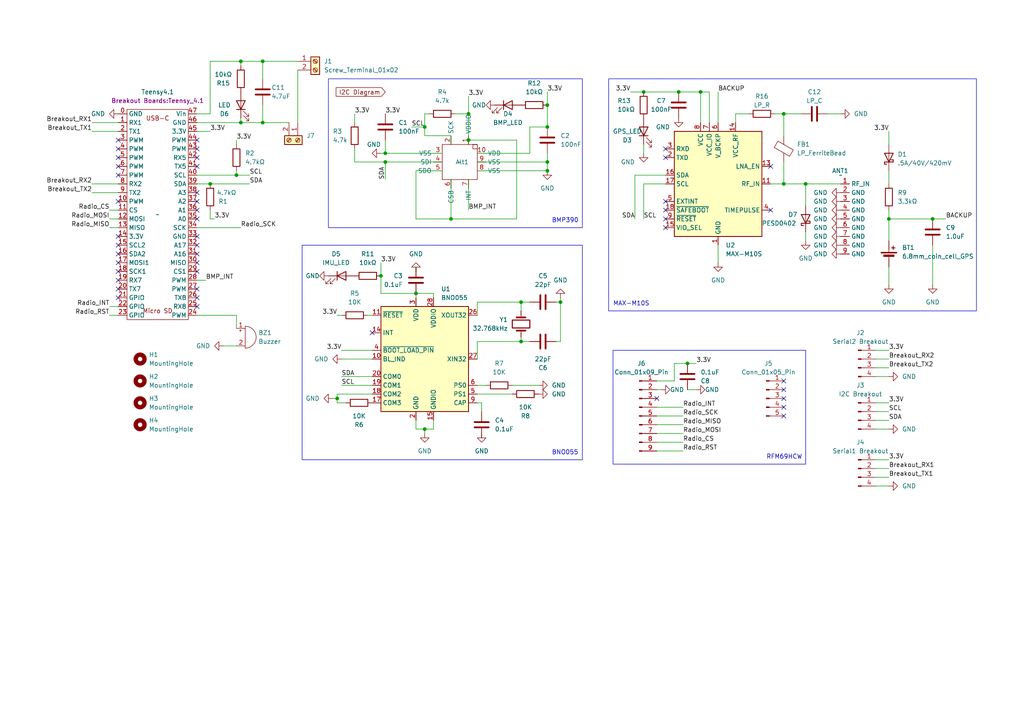
<source format=kicad_sch>
(kicad_sch (version 20231120) (generator "eeschema") (generator_version "8.0")
  (paper "A4")
  (lib_symbols
    (symbol "Avionics:BMP390"
      (property "Reference" "Alt" (at 0 0 0))
      (symbol "BMP390_1_1"
        (pin input line (at 2.54 5.08 90) (length 2.54) (name "VDDIO") (number "1"))
        (pin input line (at 5.08 2.54 0) (length 2.54) (name "VDD") (number "10"))
        (pin input line (at -2.54 5.08 90) (length 2.54) (name "SCK") (number "2"))
        (pin input line (at -5.08 2.54 180) (length 2.54) (name "VSS") (number "3"))
        (pin input line (at -5.08 0 180) (length 2.54) (name "SDI") (number "4"))
        (pin input line (at -5.08 -2.54 180) (length 2.54) (name "SDO") (number "5"))
        (pin input line (at -2.54 -5.08 270) (length 2.54) (name "CSB") (number "6"))
        (pin input line (at 2.54 -5.08 270) (length 2.54) (name "INT") (number "7"))
        (pin input line (at 5.08 -2.54 0) (length 2.54) (name "VSS") (number "8"))
        (pin input line (at 5.08 0 0) (length 2.54) (name "VSS") (number "9"))
      )
    )
    (symbol "Breakout Boards:Teensy_4.1"
      (property "Reference" "Teensy4.1" (at 0 0 90))
      (property "Footprint" "Breakout Boards:Teensy_4.1" (at 0 0 0))
      (symbol "Teensy_4.1_1_1"
        (text "Micro SD" (at 0 -27.94 0) (effects (font (size 1.27 1.27))))
        (text "USB-C" (at 0 27.94 0) (effects (font (size 1.27 1.27))))
        (pin input line (at -11.43 29.21 0) (length 2.54) (name "GND") (number "0"))
        (pin input line (at -11.43 26.67 0) (length 2.54) (name "RX1") (number "1"))
        (pin input line (at -11.43 3.81 0) (length 2.54) (name "PWM") (number "10"))
        (pin input line (at -11.43 1.27 0) (length 2.54) (name "CS") (number "11"))
        (pin input line (at -11.43 -1.27 0) (length 2.54) (name "MOSI") (number "12"))
        (pin input line (at -11.43 -3.81 0) (length 2.54) (name "MISO") (number "13"))
        (pin input line (at -11.43 -6.35 0) (length 2.54) (name "3.3V") (number "14"))
        (pin input line (at -11.43 -8.89 0) (length 2.54) (name "SCL2") (number "15"))
        (pin input line (at -11.43 -11.43 0) (length 2.54) (name "SDA2") (number "16"))
        (pin input line (at -11.43 -13.97 0) (length 2.54) (name "MOSI1") (number "17"))
        (pin input line (at -11.43 -16.51 0) (length 2.54) (name "SCK1") (number "18"))
        (pin input line (at -11.43 -19.05 0) (length 2.54) (name "RX7") (number "19"))
        (pin input line (at -11.43 24.13 0) (length 2.54) (name "TX1") (number "2"))
        (pin input line (at -11.43 -21.59 0) (length 2.54) (name "TX7") (number "20"))
        (pin input line (at -11.43 -24.13 0) (length 2.54) (name "GPIO") (number "21"))
        (pin input line (at -11.43 -26.67 0) (length 2.54) (name "GPIO") (number "22"))
        (pin input line (at -11.43 -29.21 0) (length 2.54) (name "GPIO") (number "23"))
        (pin input line (at 11.43 -29.21 180) (length 2.54) (name "PWM") (number "24"))
        (pin input line (at 11.43 -26.67 180) (length 2.54) (name "RX8") (number "25"))
        (pin input line (at 11.43 -24.13 180) (length 2.54) (name "TX8") (number "26"))
        (pin input line (at 11.43 -21.59 180) (length 2.54) (name "PWM") (number "27"))
        (pin input line (at 11.43 -19.05 180) (length 2.54) (name "PWM") (number "28"))
        (pin input line (at 11.43 -16.51 180) (length 2.54) (name "CS1") (number "29"))
        (pin input line (at -11.43 21.59 0) (length 2.54) (name "PWM") (number "3"))
        (pin input line (at 11.43 -13.97 180) (length 2.54) (name "MISO") (number "30"))
        (pin input line (at 11.43 -11.43 180) (length 2.54) (name "A16") (number "31"))
        (pin input line (at 11.43 -8.89 180) (length 2.54) (name "A17") (number "32"))
        (pin input line (at 11.43 -6.35 180) (length 2.54) (name "GND") (number "33"))
        (pin input line (at 11.43 -3.81 180) (length 2.54) (name "SCK") (number "34"))
        (pin input line (at 11.43 -1.27 180) (length 2.54) (name "A0") (number "35"))
        (pin input line (at 11.43 1.27 180) (length 2.54) (name "A1") (number "36"))
        (pin input line (at 11.43 3.81 180) (length 2.54) (name "A2") (number "37"))
        (pin input line (at 11.43 6.35 180) (length 2.54) (name "A3") (number "38"))
        (pin input line (at 11.43 8.89 180) (length 2.54) (name "SDA") (number "39"))
        (pin input line (at -11.43 19.05 0) (length 2.54) (name "PWM") (number "4"))
        (pin input line (at 11.43 11.43 180) (length 2.54) (name "SCL") (number "40"))
        (pin input line (at 11.43 13.97 180) (length 2.54) (name "TX5") (number "41"))
        (pin input line (at 11.43 16.51 180) (length 2.54) (name "RX5") (number "42"))
        (pin input line (at 11.43 19.05 180) (length 2.54) (name "PWM") (number "43"))
        (pin input line (at 11.43 21.59 180) (length 2.54) (name "PWM") (number "44"))
        (pin input line (at 11.43 24.13 180) (length 2.54) (name "3.3V") (number "45"))
        (pin input line (at 11.43 26.67 180) (length 2.54) (name "GND") (number "46"))
        (pin input line (at 11.43 29.21 180) (length 2.54) (name "Vin") (number "47"))
        (pin input line (at -11.43 16.51 0) (length 2.54) (name "PWM") (number "5"))
        (pin input line (at -11.43 13.97 0) (length 2.54) (name "PWM") (number "6"))
        (pin input line (at -11.43 11.43 0) (length 2.54) (name "PWM") (number "7"))
        (pin input line (at -11.43 8.89 0) (length 2.54) (name "RX2") (number "8"))
        (pin input line (at -11.43 6.35 0) (length 2.54) (name "TX2") (number "9"))
      )
    )
    (symbol "Connector:Conn_01x04_Pin" (pin_names (offset 1.016) hide)
      (property "Reference" "J" (at 0 5.08 0))
      (property "Value" "Conn_01x04_Pin" (at 0 -7.62 0))
      (symbol "Conn_01x04_Pin_1_1"
        (pin passive line (at 5.08 2.54 180) (length 3.81) (name "Pin_1") (number "1"))
        (pin passive line (at 5.08 0 180) (length 3.81) (name "Pin_2") (number "2"))
        (pin passive line (at 5.08 -2.54 180) (length 3.81) (name "Pin_3") (number "3"))
        (pin passive line (at 5.08 -5.08 180) (length 3.81) (name "Pin_4") (number "4"))
      )
    )
    (symbol "Connector:Conn_01x05_Pin" (pin_names (offset 1.016) hide)
      (property "Reference" "J" (at 0 7.62 0))
      (property "Value" "Conn_01x05_Pin" (at 0 -7.62 0))
      (symbol "Conn_01x05_Pin_1_1"
        (pin passive line (at 5.08 5.08 180) (length 3.81) (name "Pin_1") (number "1"))
        (pin passive line (at 5.08 2.54 180) (length 3.81) (name "Pin_2") (number "2"))
        (pin passive line (at 5.08 0 180) (length 3.81) (name "Pin_3") (number "3"))
        (pin passive line (at 5.08 -2.54 180) (length 3.81) (name "Pin_4") (number "4"))
        (pin passive line (at 5.08 -5.08 180) (length 3.81) (name "Pin_5") (number "5"))
      )
    )
    (symbol "Connector:Conn_01x09_Pin" (pin_names (offset 1.016) hide)
      (property "Reference" "J" (at 0 12.7 0))
      (property "Value" "Conn_01x09_Pin" (at 0 -12.7 0))
      (symbol "Conn_01x09_Pin_1_1"
        (pin passive line (at 5.08 10.16 180) (length 3.81) (name "Pin_1") (number "1"))
        (pin passive line (at 5.08 7.62 180) (length 3.81) (name "Pin_2") (number "2"))
        (pin passive line (at 5.08 5.08 180) (length 3.81) (name "Pin_3") (number "3"))
        (pin passive line (at 5.08 2.54 180) (length 3.81) (name "Pin_4") (number "4"))
        (pin passive line (at 5.08 0 180) (length 3.81) (name "Pin_5") (number "5"))
        (pin passive line (at 5.08 -2.54 180) (length 3.81) (name "Pin_6") (number "6"))
        (pin passive line (at 5.08 -5.08 180) (length 3.81) (name "Pin_7") (number "7"))
        (pin passive line (at 5.08 -7.62 180) (length 3.81) (name "Pin_8") (number "8"))
        (pin passive line (at 5.08 -10.16 180) (length 3.81) (name "Pin_9") (number "9"))
      )
    )
    (symbol "Connector:Screw_Terminal_01x02" (pin_names (offset 1.016) hide)
      (property "Reference" "J" (at 0 2.54 0))
      (property "Value" "Screw_Terminal_01x02" (at 0 -5.08 0))
      (symbol "Screw_Terminal_01x02_1_1"
        (pin passive line (at -5.08 0 0) (length 3.81) (name "Pin_1") (number "1"))
        (pin passive line (at -5.08 -2.54 0) (length 3.81) (name "Pin_2") (number "2"))
      )
    )
    (symbol "Device:Battery_Cell" (pin_numbers hide) (pin_names (offset 0) hide)
      (property "Reference" "BT" (at 2.54 2.54 0))
      (property "Value" "Battery_Cell" (at 2.54 0 0))
      (symbol "Battery_Cell_1_1"
        (pin passive line (at 0 5.08 270) (length 2.54) (name "+") (number "1"))
        (pin passive line (at 0 -2.54 90) (length 2.54) (name "-") (number "2"))
      )
    )
    (symbol "Device:Buzzer" (pin_names (offset 0.0254) hide)
      (property "Reference" "BZ" (at 3.81 1.27 0))
      (property "Value" "Buzzer" (at 3.81 -1.27 0))
      (symbol "Buzzer_1_1"
        (pin passive line (at -2.54 2.54 0) (length 2.54) (name "-") (number "1"))
        (pin passive line (at -2.54 -2.54 0) (length 2.54) (name "+") (number "2"))
      )
    )
    (symbol "Device:C" (pin_numbers hide) (pin_names (offset 0.254))
      (property "Reference" "C" (at 0.635 2.54 0))
      (property "Value" "C" (at 0.635 -2.54 0))
      (symbol "C_1_1"
        (pin passive line (at 0 3.81 270) (length 2.794) (name "~") (number "1"))
        (pin passive line (at 0 -3.81 90) (length 2.794) (name "~") (number "2"))
      )
    )
    (symbol "Device:Crystal" (pin_numbers hide) (pin_names (offset 1.016) hide)
      (property "Reference" "Y" (at 0 3.81 0))
      (property "Value" "Crystal" (at 0 -3.81 0))
      (symbol "Crystal_1_1"
        (pin passive line (at -3.81 0 0) (length 1.27) (name "1") (number "1"))
        (pin passive line (at 3.81 0 180) (length 1.27) (name "2") (number "2"))
      )
    )
    (symbol "Device:D_Schottky" (pin_numbers hide) (pin_names (offset 1.016) hide)
      (property "Reference" "D" (at 0 2.54 0))
      (property "Value" "D_Schottky" (at 0 -2.54 0))
      (symbol "D_Schottky_1_1"
        (pin passive line (at -3.81 0 0) (length 2.54) (name "K") (number "1"))
        (pin passive line (at 3.81 0 180) (length 2.54) (name "A") (number "2"))
      )
    )
    (symbol "Device:FerriteBead" (pin_numbers hide) (pin_names (offset 0))
      (property "Reference" "FB" (at -3.81 0.635 90))
      (property "Value" "FerriteBead" (at 3.81 0 90))
      (symbol "FerriteBead_1_1"
        (pin passive line (at 0 3.81 270) (length 2.54) (name "~") (number "1"))
        (pin passive line (at 0 -3.81 90) (length 2.54) (name "~") (number "2"))
      )
    )
    (symbol "Device:LED" (pin_numbers hide) (pin_names (offset 1.016) hide)
      (property "Reference" "D" (at 0 2.54 0))
      (property "Value" "LED" (at 0 -2.54 0))
      (symbol "LED_1_1"
        (pin passive line (at -3.81 0 0) (length 2.54) (name "K") (number "1"))
        (pin passive line (at 3.81 0 180) (length 2.54) (name "A") (number "2"))
      )
    )
    (symbol "Device:R" (pin_numbers hide) (pin_names (offset 0))
      (property "Reference" "R" (at 2.032 0 90))
      (property "Value" "R" (at 0 0 90))
      (symbol "R_1_1"
        (pin passive line (at 0 3.81 270) (length 1.27) (name "~") (number "1"))
        (pin passive line (at 0 -3.81 90) (length 1.27) (name "~") (number "2"))
      )
    )
    (symbol "Mechanical:MountingHole" (pin_names (offset 1.016))
      (property "Reference" "H" (at 0 5.08 0))
      (property "Value" "MountingHole" (at 0 3.175 0))
    )
    (symbol "Patch Antenna (Symbol):SGGP.12.A.02"
      (property "Reference" "ANT1" (at 0 0 0))
      (symbol "SGGP.12.A.02_1_1"
        (pin input line (at 0 -2.54 0) (length 2.54) (name "RF_IN") (number "1"))
        (pin input line (at 0 -5.08 0) (length 2.54) (name "GND") (number "2"))
        (pin input line (at 0 -7.62 0) (length 2.54) (name "GND") (number "3"))
        (pin input line (at 0 -10.16 0) (length 2.54) (name "GND") (number "4"))
        (pin input line (at 0 -12.7 0) (length 2.54) (name "GND") (number "5"))
        (pin input line (at 0 -15.24 0) (length 2.54) (name "GND") (number "6"))
        (pin input line (at 0 -17.78 0) (length 2.54) (name "GND") (number "7"))
        (pin input line (at 0 -20.32 0) (length 2.54) (name "GND") (number "8"))
        (pin input line (at 0 -22.86 0) (length 2.54) (name "GND") (number "9"))
      )
    )
    (symbol "RF_GPS:MAX-M10S"
      (property "Reference" "U" (at -10.16 16.51 0))
      (property "Value" "MAX-M10S" (at 11.43 16.51 0))
      (symbol "MAX-M10S_1_1"
        (pin power_in line (at 0 -17.78 90) (length 2.54) (name "GND") (number "1"))
        (pin passive line (at 0 -17.78 90) (length 2.54) hide (name "GND") (number "10"))
        (pin input line (at 15.24 0 180) (length 2.54) (name "RF_IN") (number "11"))
        (pin passive line (at 0 -17.78 90) (length 2.54) hide (name "GND") (number "12"))
        (pin output line (at 15.24 5.08 180) (length 2.54) (name "LNA_EN") (number "13"))
        (pin power_out line (at 5.08 17.78 270) (length 2.54) (name "VCC_RF") (number "14"))
        (pin input line (at -15.24 -12.7 0) (length 2.54) (name "VIO_SEL") (number "15"))
        (pin bidirectional line (at -15.24 2.54 0) (length 2.54) (name "SDA") (number "16"))
        (pin input line (at -15.24 0 0) (length 2.54) (name "SCL") (number "17"))
        (pin input line (at -15.24 -7.62 0) (length 2.54) (name "~{SAFEBOOT}") (number "18"))
        (pin output line (at -15.24 7.62 0) (length 2.54) (name "TXD") (number "2"))
        (pin input line (at -15.24 10.16 0) (length 2.54) (name "RXD") (number "3"))
        (pin output line (at 15.24 -7.62 180) (length 2.54) (name "TIMEPULSE") (number "4"))
        (pin input line (at -15.24 -5.08 0) (length 2.54) (name "EXTINT") (number "5"))
        (pin power_in line (at 0 17.78 270) (length 2.54) (name "V_BCKP") (number "6"))
        (pin power_in line (at -2.54 17.78 270) (length 2.54) (name "VCC_IO") (number "7"))
        (pin power_in line (at -5.08 17.78 270) (length 2.54) (name "VCC") (number "8"))
        (pin input line (at -15.24 -10.16 0) (length 2.54) (name "~{RESET}") (number "9"))
      )
    )
    (symbol "Sensor_Motion:BNO055"
      (property "Reference" "U" (at -11.43 16.51 0))
      (property "Value" "BNO055" (at 12.7 16.51 0))
      (symbol "BNO055_1_1"
        (pin no_connect line (at -12.7 10.16 0) (length 2.54) hide (name "PIN1") (number "1"))
        (pin output line (at -15.24 0 0) (length 2.54) (name "BL_IND") (number "10"))
        (pin input line (at -15.24 12.7 0) (length 2.54) (name "~{RESET}") (number "11"))
        (pin no_connect line (at 12.7 10.16 180) (length 2.54) hide (name "PIN12") (number "12"))
        (pin no_connect line (at 12.7 7.62 180) (length 2.54) hide (name "PIN13") (number "13"))
        (pin output line (at -15.24 7.62 0) (length 2.54) (name "INT") (number "14"))
        (pin power_in line (at 2.54 -17.78 90) (length 2.54) (name "GNDIO") (number "15"))
        (pin passive line (at 2.54 -17.78 90) (length 2.54) hide (name "GNDIO") (number "16"))
        (pin input line (at -15.24 -12.7 0) (length 2.54) (name "COM3") (number "17"))
        (pin passive line (at -15.24 -10.16 0) (length 2.54) (name "COM2") (number "18"))
        (pin bidirectional line (at -15.24 -7.62 0) (length 2.54) (name "COM1") (number "19"))
        (pin power_in line (at -2.54 -17.78 90) (length 2.54) (name "GND") (number "2"))
        (pin bidirectional line (at -15.24 -5.08 0) (length 2.54) (name "COM0") (number "20"))
        (pin no_connect line (at 12.7 5.08 180) (length 2.54) hide (name "PIN21") (number "21"))
        (pin no_connect line (at 12.7 2.54 180) (length 2.54) hide (name "PIN22") (number "22"))
        (pin no_connect line (at 12.7 -2.54 180) (length 2.54) hide (name "PIN23") (number "23"))
        (pin no_connect line (at 12.7 -5.08 180) (length 2.54) hide (name "PIN24") (number "24"))
        (pin passive line (at 2.54 -17.78 90) (length 2.54) hide (name "GNDIO") (number "25"))
        (pin output line (at 15.24 12.7 180) (length 2.54) (name "XOUT32") (number "26"))
        (pin input line (at 15.24 0 180) (length 2.54) (name "XIN32") (number "27"))
        (pin power_in line (at 2.54 17.78 270) (length 2.54) (name "VDDIO") (number "28"))
        (pin power_in line (at -2.54 17.78 270) (length 2.54) (name "VDD") (number "3"))
        (pin input line (at -15.24 2.54 0) (length 2.54) (name "~{BOOT_LOAD_PIN}") (number "4"))
        (pin input line (at 15.24 -10.16 180) (length 2.54) (name "PS1") (number "5"))
        (pin input line (at 15.24 -7.62 180) (length 2.54) (name "PS0") (number "6"))
        (pin no_connect line (at -12.7 5.08 0) (length 2.54) hide (name "PIN7") (number "7"))
        (pin no_connect line (at -12.7 -2.54 0) (length 2.54) hide (name "PIN8") (number "8"))
        (pin passive line (at 15.24 -12.7 180) (length 2.54) (name "CAP") (number "9"))
      )
    )
    (symbol "power:GND" (power) (pin_names (offset 0))
      (property "Value" "GND" (at 0 -3.81 0))
      (symbol "GND_1_1"
        (pin power_in line (at 0 0 270) (length 0) hide (name "GND") (number "1"))
      )
    )
  )
  (junction (at 270.51 63.5))
  (junction (at 227.33 53.34))
  (junction (at 130.81 63.5))
  (junction (at 123.19 124.46))
  (junction (at 257.81 63.5))
  (junction (at 151.13 99.06))
  (junction (at 199.39 105.41))
  (junction (at 111.76 46.99))
  (junction (at 76.2 17.78))
  (junction (at 151.13 87.63))
  (junction (at 135.89 40.64))
  (junction (at 233.68 53.34))
  (junction (at 158.75 36.83))
  (junction (at 158.75 46.99))
  (junction (at 227.33 33.02))
  (junction (at 69.85 17.78))
  (junction (at 162.56 87.63))
  (junction (at 68.58 50.8))
  (junction (at 120.65 85.09))
  (junction (at 97.79 115.57))
  (junction (at 135.89 33.02))
  (junction (at 158.75 30.48))
  (junction (at 111.76 44.45))
  (junction (at 186.69 26.67))
  (junction (at 60.96 53.34))
  (junction (at 76.2 35.56))
  (junction (at 123.19 36.83))
  (junction (at 203.2 26.67))
  (junction (at 158.75 49.53))
  (junction (at 110.49 80.01))
  (junction (at 69.85 35.56))
  (junction (at 196.85 26.67))
  (no_connect (at 57.15 48.26))
  (no_connect (at 34.29 73.66))
  (no_connect (at 34.29 76.2))
  (no_connect (at 57.15 88.9))
  (no_connect (at 57.15 63.5))
  (no_connect (at 34.29 81.28))
  (no_connect (at 227.33 115.57))
  (no_connect (at 34.29 58.42))
  (no_connect (at 227.33 120.65))
  (no_connect (at 57.15 78.74))
  (no_connect (at 227.33 113.03))
  (no_connect (at 34.29 71.12))
  (no_connect (at 34.29 40.64))
  (no_connect (at 193.04 63.5))
  (no_connect (at 193.04 60.96))
  (no_connect (at 57.15 43.18))
  (no_connect (at 57.15 76.2))
  (no_connect (at 57.15 68.58))
  (no_connect (at 34.29 48.26))
  (no_connect (at 190.5 115.57))
  (no_connect (at 193.04 66.04))
  (no_connect (at 57.15 83.82))
  (no_connect (at 34.29 43.18))
  (no_connect (at 57.15 55.88))
  (no_connect (at 34.29 45.72))
  (no_connect (at 227.33 110.49))
  (no_connect (at 57.15 73.66))
  (no_connect (at 57.15 45.72))
  (no_connect (at 223.52 48.26))
  (no_connect (at 57.15 86.36))
  (no_connect (at 193.04 45.72))
  (no_connect (at 34.29 78.74))
  (no_connect (at 34.29 68.58))
  (no_connect (at 223.52 60.96))
  (no_connect (at 193.04 58.42))
  (no_connect (at 227.33 118.11))
  (no_connect (at 34.29 50.8))
  (no_connect (at 34.29 83.82))
  (no_connect (at 57.15 71.12))
  (no_connect (at 193.04 43.18))
  (no_connect (at 34.29 86.36))
  (no_connect (at 57.15 40.64))
  (no_connect (at 57.15 58.42))
  (no_connect (at 57.15 60.96))
  (no_connect (at 107.95 96.52))
  (wire (pts (xy 64.77 100.33) (xy 68.58 100.33)))
  (wire (pts (xy 254 106.68) (xy 257.81 106.68)))
  (wire (pts (xy 97.79 116.84) (xy 97.79 115.57)))
  (wire (pts (xy 270.51 71.12) (xy 270.51 82.55)))
  (wire (pts (xy 86.36 35.56) (xy 86.36 20.32)))
  (wire (pts (xy 233.68 67.31) (xy 233.68 69.85)))
  (wire (pts (xy 96.52 115.57) (xy 97.79 115.57)))
  (wire (pts (xy 107.95 111.76) (xy 99.06 111.76)))
  (wire (pts (xy 57.15 91.44) (xy 68.58 91.44)))
  (wire (pts (xy 26.67 53.34) (xy 34.29 53.34)))
  (wire (pts (xy 135.89 52.07) (xy 135.89 60.96)))
  (wire (pts (xy 125.73 85.09) (xy 125.73 86.36)))
  (wire (pts (xy 162.56 86.36) (xy 162.56 87.63)))
  (wire (pts (xy 57.15 35.56) (xy 69.85 35.56)))
  (wire (pts (xy 186.69 53.34) (xy 186.69 63.5)))
  (wire (pts (xy 62.23 63.5) (xy 60.96 63.5)))
  (wire (pts (xy 57.15 81.28) (xy 59.69 81.28)))
  (wire (pts (xy 60.96 63.5) (xy 60.96 60.96)))
  (wire (pts (xy 254 109.22) (xy 257.81 109.22)))
  (wire (pts (xy 72.39 50.8) (xy 68.58 50.8)))
  (wire (pts (xy 162.56 87.63) (xy 161.29 87.63)))
  (wire (pts (xy 120.65 63.5) (xy 130.81 63.5)))
  (wire (pts (xy 138.43 87.63) (xy 138.43 91.44)))
  (wire (pts (xy 254 138.43) (xy 257.81 138.43)))
  (wire (pts (xy 240.03 33.02) (xy 243.84 33.02)))
  (wire (pts (xy 31.75 88.9) (xy 34.29 88.9)))
  (wire (pts (xy 76.2 30.48) (xy 76.2 35.56)))
  (wire (pts (xy 257.81 49.53) (xy 257.81 53.34)))
  (wire (pts (xy 190.5 123.19) (xy 198.12 123.19)))
  (wire (pts (xy 184.15 50.8) (xy 184.15 63.5)))
  (wire (pts (xy 149.86 63.5) (xy 149.86 40.64)))
  (wire (pts (xy 76.2 35.56) (xy 83.82 35.56)))
  (wire (pts (xy 193.04 50.8) (xy 184.15 50.8)))
  (wire (pts (xy 60.96 17.78) (xy 60.96 33.02)))
  (wire (pts (xy 57.15 38.1) (xy 60.96 38.1)))
  (wire (pts (xy 120.65 121.92) (xy 120.65 124.46)))
  (wire (pts (xy 254 135.89) (xy 257.81 135.89)))
  (wire (pts (xy 195.58 105.41) (xy 195.58 110.49)))
  (wire (pts (xy 162.56 99.06) (xy 161.29 99.06)))
  (wire (pts (xy 186.69 26.67) (xy 196.85 26.67)))
  (wire (pts (xy 257.81 63.5) (xy 270.51 63.5)))
  (wire (pts (xy 26.67 38.1) (xy 34.29 38.1)))
  (wire (pts (xy 111.76 40.64) (xy 111.76 44.45)))
  (wire (pts (xy 254 116.84) (xy 257.81 116.84)))
  (wire (pts (xy 138.43 116.84) (xy 139.7 116.84)))
  (wire (pts (xy 203.2 26.67) (xy 203.2 35.56)))
  (wire (pts (xy 120.65 77.47) (xy 120.65 78.74)))
  (wire (pts (xy 26.67 35.56) (xy 34.29 35.56)))
  (wire (pts (xy 130.81 63.5) (xy 149.86 63.5)))
  (wire (pts (xy 138.43 99.06) (xy 151.13 99.06)))
  (wire (pts (xy 31.75 66.04) (xy 34.29 66.04)))
  (wire (pts (xy 107.95 114.3) (xy 97.79 114.3)))
  (wire (pts (xy 257.81 63.5) (xy 257.81 69.85)))
  (wire (pts (xy 213.36 33.02) (xy 217.17 33.02)))
  (wire (pts (xy 227.33 39.37) (xy 227.33 33.02)))
  (wire (pts (xy 208.28 71.12) (xy 208.28 76.2)))
  (wire (pts (xy 31.75 91.44) (xy 34.29 91.44)))
  (wire (pts (xy 195.58 105.41) (xy 199.39 105.41)))
  (wire (pts (xy 138.43 49.53) (xy 158.75 49.53)))
  (wire (pts (xy 257.81 60.96) (xy 257.81 63.5)))
  (wire (pts (xy 31.75 63.5) (xy 34.29 63.5)))
  (wire (pts (xy 138.43 44.45) (xy 153.67 44.45)))
  (wire (pts (xy 257.81 77.47) (xy 257.81 82.55)))
  (wire (pts (xy 139.7 127) (xy 139.7 125.73)))
  (wire (pts (xy 120.65 49.53) (xy 120.65 63.5)))
  (wire (pts (xy 102.87 46.99) (xy 102.87 43.18)))
  (wire (pts (xy 123.19 36.83) (xy 123.19 39.37)))
  (wire (pts (xy 102.87 33.02) (xy 102.87 35.56)))
  (wire (pts (xy 69.85 17.78) (xy 60.96 17.78)))
  (wire (pts (xy 99.06 91.44) (xy 97.79 91.44)))
  (wire (pts (xy 158.75 26.67) (xy 158.75 30.48)))
  (wire (pts (xy 190.5 120.65) (xy 198.12 120.65)))
  (wire (pts (xy 153.67 44.45) (xy 153.67 36.83)))
  (wire (pts (xy 254 119.38) (xy 257.81 119.38)))
  (wire (pts (xy 190.5 118.11) (xy 198.12 118.11)))
  (wire (pts (xy 130.81 52.07) (xy 130.81 63.5)))
  (wire (pts (xy 254 104.14) (xy 257.81 104.14)))
  (wire (pts (xy 111.76 46.99) (xy 128.27 46.99)))
  (wire (pts (xy 190.5 125.73) (xy 198.12 125.73)))
  (wire (pts (xy 138.43 111.76) (xy 140.97 111.76)))
  (wire (pts (xy 182.88 26.67) (xy 186.69 26.67)))
  (wire (pts (xy 100.33 116.84) (xy 97.79 116.84)))
  (wire (pts (xy 205.74 26.67) (xy 205.74 35.56)))
  (wire (pts (xy 233.68 59.69) (xy 233.68 53.34)))
  (wire (pts (xy 69.85 35.56) (xy 76.2 35.56)))
  (wire (pts (xy 69.85 17.78) (xy 69.85 19.05)))
  (wire (pts (xy 138.43 87.63) (xy 151.13 87.63)))
  (wire (pts (xy 57.15 50.8) (xy 68.58 50.8)))
  (wire (pts (xy 254 133.35) (xy 257.81 133.35)))
  (wire (pts (xy 270.51 63.5) (xy 274.32 63.5)))
  (wire (pts (xy 208.28 26.67) (xy 208.28 35.56)))
  (wire (pts (xy 203.2 26.67) (xy 205.74 26.67)))
  (wire (pts (xy 148.59 111.76) (xy 156.21 111.76)))
  (wire (pts (xy 102.87 46.99) (xy 111.76 46.99)))
  (wire (pts (xy 135.89 27.94) (xy 135.89 33.02)))
  (wire (pts (xy 257.81 38.1) (xy 257.81 41.91)))
  (wire (pts (xy 135.89 40.64) (xy 135.89 41.91)))
  (wire (pts (xy 120.65 49.53) (xy 128.27 49.53)))
  (wire (pts (xy 99.06 109.22) (xy 107.95 109.22)))
  (wire (pts (xy 110.49 80.01) (xy 110.49 85.09)))
  (wire (pts (xy 227.33 33.02) (xy 232.41 33.02)))
  (wire (pts (xy 26.67 55.88) (xy 34.29 55.88)))
  (wire (pts (xy 138.43 99.06) (xy 138.43 104.14)))
  (wire (pts (xy 106.68 91.44) (xy 107.95 91.44)))
  (wire (pts (xy 153.67 36.83) (xy 158.75 36.83)))
  (wire (pts (xy 149.86 40.64) (xy 135.89 40.64)))
  (wire (pts (xy 158.75 49.53) (xy 158.75 46.99)))
  (wire (pts (xy 199.39 105.41) (xy 201.93 105.41)))
  (wire (pts (xy 57.15 66.04) (xy 69.85 66.04)))
  (wire (pts (xy 110.49 44.45) (xy 111.76 44.45)))
  (wire (pts (xy 99.06 101.6) (xy 107.95 101.6)))
  (wire (pts (xy 196.85 26.67) (xy 203.2 26.67)))
  (wire (pts (xy 110.49 85.09) (xy 120.65 85.09)))
  (wire (pts (xy 60.96 53.34) (xy 72.39 53.34)))
  (wire (pts (xy 31.75 60.96) (xy 34.29 60.96)))
  (wire (pts (xy 213.36 35.56) (xy 213.36 33.02)))
  (wire (pts (xy 254 121.92) (xy 257.81 121.92)))
  (wire (pts (xy 125.73 124.46) (xy 125.73 121.92)))
  (wire (pts (xy 254 101.6) (xy 257.81 101.6)))
  (wire (pts (xy 120.65 124.46) (xy 123.19 124.46)))
  (wire (pts (xy 158.75 30.48) (xy 158.75 36.83)))
  (wire (pts (xy 111.76 46.99) (xy 111.76 52.07)))
  (wire (pts (xy 60.96 33.02) (xy 57.15 33.02)))
  (wire (pts (xy 223.52 53.34) (xy 227.33 53.34)))
  (wire (pts (xy 57.15 53.34) (xy 60.96 53.34)))
  (wire (pts (xy 68.58 49.53) (xy 68.58 50.8)))
  (wire (pts (xy 110.49 76.2) (xy 110.49 80.01)))
  (wire (pts (xy 138.43 114.3) (xy 148.59 114.3)))
  (wire (pts (xy 153.67 99.06) (xy 151.13 99.06)))
  (wire (pts (xy 190.5 130.81) (xy 198.12 130.81)))
  (wire (pts (xy 130.81 39.37) (xy 130.81 41.91)))
  (wire (pts (xy 99.06 104.14) (xy 107.95 104.14)))
  (wire (pts (xy 120.65 85.09) (xy 120.65 86.36)))
  (wire (pts (xy 120.65 85.09) (xy 125.73 85.09)))
  (wire (pts (xy 227.33 46.99) (xy 227.33 53.34)))
  (wire (pts (xy 123.19 124.46) (xy 123.19 125.73)))
  (wire (pts (xy 123.19 33.02) (xy 124.46 33.02)))
  (wire (pts (xy 158.75 44.45) (xy 158.75 46.99)))
  (wire (pts (xy 227.33 33.02) (xy 224.79 33.02)))
  (wire (pts (xy 151.13 97.79) (xy 151.13 99.06)))
  (wire (pts (xy 190.5 128.27) (xy 198.12 128.27)))
  (wire (pts (xy 132.08 33.02) (xy 135.89 33.02)))
  (wire (pts (xy 76.2 17.78) (xy 69.85 17.78)))
  (wire (pts (xy 139.7 116.84) (xy 139.7 119.38)))
  (wire (pts (xy 123.19 124.46) (xy 125.73 124.46)))
  (wire (pts (xy 69.85 34.29) (xy 69.85 35.56)))
  (wire (pts (xy 138.43 46.99) (xy 158.75 46.99)))
  (wire (pts (xy 123.19 39.37) (xy 130.81 39.37)))
  (wire (pts (xy 123.19 33.02) (xy 123.19 36.83)))
  (wire (pts (xy 119.38 36.83) (xy 123.19 36.83)))
  (wire (pts (xy 195.58 110.49) (xy 190.5 110.49)))
  (wire (pts (xy 97.79 115.57) (xy 97.79 114.3)))
  (wire (pts (xy 254 124.46) (xy 257.81 124.46)))
  (wire (pts (xy 227.33 53.34) (xy 233.68 53.34)))
  (wire (pts (xy 68.58 91.44) (xy 68.58 95.25)))
  (wire (pts (xy 254 140.97) (xy 257.81 140.97)))
  (wire (pts (xy 135.89 33.02) (xy 135.89 40.64)))
  (wire (pts (xy 151.13 87.63) (xy 151.13 90.17)))
  (wire (pts (xy 193.04 53.34) (xy 186.69 53.34)))
  (wire (pts (xy 199.39 113.03) (xy 201.93 113.03)))
  (wire (pts (xy 86.36 17.78) (xy 76.2 17.78)))
  (wire (pts (xy 111.76 44.45) (xy 128.27 44.45)))
  (wire (pts (xy 162.56 87.63) (xy 162.56 99.06)))
  (wire (pts (xy 68.58 40.64) (xy 68.58 41.91)))
  (wire (pts (xy 186.69 41.91) (xy 186.69 44.45)))
  (wire (pts (xy 76.2 17.78) (xy 76.2 22.86)))
  (wire (pts (xy 233.68 53.34) (xy 243.84 53.34)))
  (wire (pts (xy 153.67 87.63) (xy 151.13 87.63)))
  (wire (pts (xy 190.5 113.03) (xy 191.77 113.03)))
  (rectangle (start 177.8 101.6) (end 233.68 134.62))
  (rectangle (start 176.53 22.86) (end 283.21 90.17))
  (rectangle (start 87.63 71.12) (end 168.91 133.35))
  (rectangle (start 95.25 22.86) (end 168.91 66.04))
  (text "BNO055" (at 160.02 132.08 0) (effects (font (size 1.27 1.27)) (justify left bottom)))
  (text "BMP390" (at 160.02 64.77 0) (effects (font (size 1.27 1.27)) (justify left bottom)))
  (text "MAX-M10S" (at 177.8 88.9 0) (effects (font (size 1.27 1.27)) (justify left bottom)))
  (text "RFM69HCW " (at 222.25 133.35 0) (effects (font (size 1.27 1.27)) (justify left bottom)))
  (label "3.3V" (at 62.23 63.5 0))
  (label "3.3V" (at 257.81 38.1 180))
  (label "Radio_INT" (at 31.75 88.9 180))
  (label "Radio_SCK" (at 69.85 66.04 0))
  (label "SCL" (at 99.06 111.76 0))
  (label "Radio_MOSI" (at 31.75 63.5 180))
  (label "Breakout_RX2" (at 257.81 104.14 0))
  (label "Breakout_RX1" (at 26.67 35.56 180))
  (label "3.3V" (at 111.76 33.02 0))
  (label "Radio_RST" (at 31.75 91.44 180))
  (label "3.3V" (at 110.49 76.2 0))
  (label "Radio_INT" (at 198.12 118.11 0))
  (label "Breakout_TX1" (at 26.67 38.1 180))
  (label "3.3V" (at 257.81 101.6 0))
  (label "3.3V" (at 182.88 26.67 180))
  (label "SDA" (at 257.81 121.92 0))
  (label "BACKUP" (at 208.28 26.67 0))
  (label "SCL" (at 119.38 36.83 0))
  (label "Breakout_TX2" (at 257.81 106.68 0))
  (label "Radio_MISO" (at 31.75 66.04 180))
  (label "SCL" (at 186.69 63.5 0))
  (label "SDA" (at 184.15 63.5 180))
  (label "3.3V" (at 158.75 26.67 0))
  (label "3.3V" (at 257.81 116.84 0))
  (label "Radio_RST" (at 198.12 130.81 0))
  (label "3.3V" (at 257.81 133.35 0))
  (label "Breakout_TX1" (at 257.81 138.43 0))
  (label "Radio_MISO" (at 198.12 123.19 0))
  (label "Radio_MOSI" (at 198.12 125.73 0))
  (label "BACKUP" (at 274.32 63.5 0))
  (label "BMP_INT" (at 135.89 60.96 0))
  (label "SCL" (at 72.39 50.8 0))
  (label "Breakout_TX2" (at 26.67 55.88 180))
  (label "SCL" (at 257.81 119.38 0))
  (label "SDA" (at 111.76 52.07 90))
  (label "Breakout_RX1" (at 257.81 135.89 0))
  (label "Radio_CS" (at 31.75 60.96 180))
  (label "3.3V" (at 102.87 33.02 0))
  (label "Radio_SCK" (at 198.12 120.65 0))
  (label "BMP_INT" (at 59.69 81.28 0))
  (label "3.3V" (at 68.58 40.64 0))
  (label "3.3V" (at 99.06 101.6 180))
  (label "3.3V" (at 97.79 91.44 180))
  (label "3.3V" (at 201.93 105.41 0))
  (label "SDA" (at 72.39 53.34 0))
  (label "SDA" (at 99.06 109.22 0))
  (label "Breakout_RX2" (at 26.67 53.34 180))
  (label "3.3V" (at 135.89 27.94 0))
  (label "3.3V" (at 60.96 38.1 0))
  (label "Radio_CS" (at 198.12 128.27 0))
  (global_label "I2C Diagram" (shape input) (at 111.76 26.67 180) (property "Intersheetrefs" "${INTERSHEET_REFS}" (effects (hide yes))))
  (symbol (lib_id "Connector:Screw_Terminal_01x02") (at 91.44 17.78 0) (unit 1)
    (property "Reference" "J1" (at 93.98 17.78 0) (effects (justify left)))
    (property "Value" "Screw_Terminal_01x02" (at 93.98 20.32 0) (effects (justify left)))
    (property "Footprint" "TerminalBlock_4Ucon:TerminalBlock_4Ucon_1x02_P3.50mm_Vertical" (effects (hide yes)))
  )
  (symbol (lib_id "Device:LED") (at 69.85 30.48 90) (unit 1)
    (property "Reference" "D6" (at 65.0875 33.02 90))
    (property "Value" "LED" (at 65.0875 30.48 90))
    (property "Footprint" "LED_SMD:LED_0805_2012Metric_Pad1.15x1.40mm_HandSolder" (effects (hide yes)))
  )
  (symbol (lib_id "Device:C") (at 158.75 40.64 0) (unit 1)
    (property "Reference" "C2" (at 162.56 39.37 0) (effects (justify left)))
    (property "Value" "100nF" (at 162.56 41.91 0) (effects (justify left)))
    (property "Footprint" "Capacitor_SMD:C_0805_2012Metric" (effects (hide yes)))
  )
  (symbol (lib_id "power:GND") (at 120.65 78.74 180) (unit 1)
    (property "Reference" "#PWR09" (effects (hide yes)))
    (property "Value" "GND" (at 120.65 73.66 0))
  )
  (symbol (lib_id "power:GND") (at 156.21 114.3 90) (unit 1)
    (property "Reference" "#PWR013" (effects (hide yes)))
    (property "Value" "GND" (at 160.02 114.3 90) (effects (justify right)))
  )
  (symbol (lib_id "power:GND") (at 270.51 82.55 0) (unit 1)
    (property "Reference" "#PWR016" (effects (hide yes)))
    (property "Value" "GND" (at 270.51 87.63 0))
  )
  (symbol (lib_id "power:GND") (at 186.69 44.45 0) (unit 1)
    (property "Reference" "#PWR025" (effects (hide yes)))
    (property "Value" "GND" (at 184.15 46.99 0) (effects (justify right)))
  )
  (symbol (lib_id "Device:R") (at 102.87 39.37 180) (unit 1)
    (property "Reference" "R3" (at 96.52 38.1 0) (effects (justify right)))
    (property "Value" "4.7k" (at 96.52 40.64 0) (effects (justify right)))
    (property "Footprint" "Resistor_SMD:R_0805_2012Metric" (effects (hide yes)))
  )
  (symbol (lib_id "Mechanical:MountingHole") (at 40.64 123.19 0) (unit 1)
    (property "Reference" "H4" (at 43.18 121.92 0) (effects (justify left)))
    (property "Value" "MountingHole" (at 43.18 124.46 0) (effects (justify left)))
    (property "Footprint" "MountingHole:MountingHole_2.7mm_M2.5" (effects (hide yes)))
  )
  (symbol (lib_id "Patch Antenna (Symbol):SGGP.12.A.02") (at 243.84 50.8 0) (unit 1)
    (property "Reference" "ANT1" (at 241.3 49.53 0) (effects (justify left)))
    (property "Value" "~" (at 243.84 50.8 0))
    (property "Footprint" "PatchAntenna:SGGP.12.A" (effects (hide yes)))
  )
  (symbol (lib_id "Device:Battery_Cell") (at 257.81 74.93 0) (unit 1)
    (property "Reference" "BT1" (at 261.62 71.8185 0) (effects (justify left)))
    (property "Value" "6.8mm_coin_cell_GPS" (at 261.62 74.3585 0) (effects (justify left)))
    (property "Footprint" "Battery:BatteryHolder_Keystone_2998_1x6.8mm" (effects (hide yes)))
  )
  (symbol (lib_id "Connector:Conn_01x05_Pin") (at 222.25 115.57 0) (unit 1)
    (property "Reference" "J5" (at 222.885 105.41 0))
    (property "Value" "Conn_01x05_Pin" (at 222.885 107.95 0))
    (property "Footprint" "Connector_PinHeader_2.54mm:PinHeader_1x05_P2.54mm_Vertical" (effects (hide yes)))
  )
  (symbol (lib_id "power:GND") (at 257.81 109.22 90) (unit 1)
    (property "Reference" "#PWR030" (effects (hide yes)))
    (property "Value" "GND" (at 261.62 109.22 90) (effects (justify right)))
  )
  (symbol (lib_id "Device:R") (at 106.68 80.01 90) (unit 1)
    (property "Reference" "R11" (at 106.68 73.66 90))
    (property "Value" "10kΩ" (at 106.68 76.2 90))
    (property "Footprint" "Resistor_SMD:R_0805_2012Metric" (effects (hide yes)))
  )
  (symbol (lib_id "power:GND") (at 243.84 66.04 270) (unit 1)
    (property "Reference" "#PWR020" (effects (hide yes)))
    (property "Value" "GND" (at 240.03 66.04 90) (effects (justify right)))
  )
  (symbol (lib_id "Device:C") (at 270.51 67.31 0) (unit 1)
    (property "Reference" "C9" (at 274.32 66.04 0) (effects (justify left)))
    (property "Value" "1.0uF" (at 274.32 68.58 0) (effects (justify left)))
    (property "Footprint" "Capacitor_SMD:C_0805_2012Metric" (effects (hide yes)))
  )
  (symbol (lib_id "power:GND") (at 243.84 68.58 270) (unit 1)
    (property "Reference" "#PWR021" (effects (hide yes)))
    (property "Value" "GND" (at 240.03 68.58 90) (effects (justify right)))
  )
  (symbol (lib_id "Connector:Conn_01x04_Pin") (at 248.92 119.38 0) (unit 1)
    (property "Reference" "J3" (at 249.555 111.76 0))
    (property "Value" "I2C Breakout" (at 249.555 114.3 0))
    (property "Footprint" "Connector_PinHeader_2.54mm:PinHeader_1x04_P2.54mm_Vertical" (effects (hide yes)))
  )
  (symbol (lib_id "power:GND") (at 257.81 82.55 0) (unit 1)
    (property "Reference" "#PWR015" (effects (hide yes)))
    (property "Value" "GND" (at 257.81 87.63 0))
  )
  (symbol (lib_id "Device:LED") (at 147.32 30.48 0) (unit 1)
    (property "Reference" "D4" (at 147.32 33.02 0))
    (property "Value" "BMP_LED" (at 147.32 35.56 0))
    (property "Footprint" "LED_SMD:LED_0805_2012Metric_Pad1.15x1.40mm_HandSolder" (effects (hide yes)))
  )
  (symbol (lib_id "power:GND") (at 96.52 115.57 270) (unit 1)
    (property "Reference" "#PWR02" (effects (hide yes)))
    (property "Value" "GND" (at 92.71 115.57 90) (effects (justify right)))
  )
  (symbol (lib_id "Device:R") (at 68.58 45.72 0) (unit 1)
    (property "Reference" "R2" (at 71.12 44.45 0) (effects (justify left)))
    (property "Value" "4.7kΩ" (at 71.12 46.99 0) (effects (justify left)))
    (property "Footprint" "Resistor_SMD:R_0805_2012Metric_Pad1.20x1.40mm_HandSolder" (effects (hide yes)))
  )
  (symbol (lib_id "power:GND") (at 123.19 125.73 0) (unit 1)
    (property "Reference" "#PWR010" (effects (hide yes)))
    (property "Value" "GND" (at 123.19 130.81 0))
  )
  (symbol (lib_id "Device:C") (at 196.85 30.48 180) (unit 1)
    (property "Reference" "C7" (at 191.77 29.21 0))
    (property "Value" "100nF" (at 191.77 31.75 0))
    (property "Footprint" "Capacitor_SMD:C_0805_2012Metric" (effects (hide yes)))
  )
  (symbol (lib_id "Device:R") (at 60.96 57.15 180) (unit 1)
    (property "Reference" "R1" (at 66.04 58.42 0) (effects (justify left)))
    (property "Value" "4.7kΩ" (at 68.58 55.88 0) (effects (justify left)))
    (property "Footprint" "Resistor_SMD:R_0805_2012Metric_Pad1.20x1.40mm_HandSolder" (effects (hide yes)))
  )
  (symbol (lib_id "power:GND") (at 243.84 73.66 270) (unit 1)
    (property "Reference" "#PWR023" (effects (hide yes)))
    (property "Value" "GND" (at 240.03 73.66 90) (effects (justify right)))
  )
  (symbol (lib_id "Device:FerriteBead") (at 227.33 43.18 0) (unit 1)
    (property "Reference" "FB1" (at 231.14 41.8592 0) (effects (justify left)))
    (property "Value" "LP_FerriteBead" (at 231.14 44.3992 0) (effects (justify left)))
    (property "Footprint" "Inductor_SMD:L_0805_2012Metric" (effects (hide yes)))
  )
  (symbol (lib_id "Mechanical:MountingHole") (at 40.64 104.14 0) (unit 1)
    (property "Reference" "H1" (at 43.18 102.87 0) (effects (justify left)))
    (property "Value" "MountingHole" (at 43.18 105.41 0) (effects (justify left)))
    (property "Footprint" "MountingHole:MountingHole_2.7mm_M2.5" (effects (hide yes)))
  )
  (symbol (lib_id "Device:C") (at 157.48 87.63 90) (unit 1)
    (property "Reference" "C5" (at 157.48 80.01 90))
    (property "Value" "22pF" (at 157.48 82.55 90))
    (property "Footprint" "Capacitor_SMD:C_0805_2012Metric" (effects (hide yes)))
  )
  (symbol (lib_id "Device:C") (at 236.22 33.02 90) (unit 1)
    (property "Reference" "C12" (at 236.22 26.67 90))
    (property "Value" "LP_C" (at 236.22 29.21 90))
    (property "Footprint" "Capacitor_SMD:C_0805_2012Metric" (effects (hide yes)))
  )
  (symbol (lib_id "power:GND") (at 191.77 113.03 90) (unit 1)
    (property "Reference" "#PWR08" (effects (hide yes)))
    (property "Value" "GND" (at 194.31 113.03 90) (effects (justify right)))
  )
  (symbol (lib_id "Device:R") (at 69.85 22.86 180) (unit 1)
    (property "Reference" "R15" (at 64.77 24.13 0))
    (property "Value" "10kΩ" (at 64.77 21.59 0))
    (property "Footprint" "Resistor_SMD:R_0805_2012Metric" (effects (hide yes)))
  )
  (symbol (lib_id "power:GND") (at 158.75 49.53 0) (unit 1)
    (property "Reference" "#PWR07" (effects (hide yes)))
    (property "Value" "GND" (at 158.75 54.61 0))
  )
  (symbol (lib_id "power:GND") (at 243.84 63.5 270) (unit 1)
    (property "Reference" "#PWR019" (effects (hide yes)))
    (property "Value" "GND" (at 240.03 63.5 90) (effects (justify right)))
  )
  (symbol (lib_id "Mechanical:MountingHole") (at 40.64 116.84 0) (unit 1)
    (property "Reference" "H3" (at 43.18 115.57 0) (effects (justify left)))
    (property "Value" "MountingHole" (at 43.18 118.11 0) (effects (justify left)))
    (property "Footprint" "MountingHole:MountingHole_2.7mm_M2.5" (effects (hide yes)))
  )
  (symbol (lib_id "Device:D_Schottky") (at 233.68 63.5 90) (unit 1)
    (property "Reference" "D7" (at 228.6 62.23 90) (effects (justify right)))
    (property "Value" "PESD0402" (at 220.98 64.77 90) (effects (justify right)))
    (property "Footprint" "Diode_SMD:D_0402_1005Metric_Pad0.77x0.64mm_HandSolder" (effects (hide yes)))
  )
  (symbol (lib_id "power:GND") (at 243.84 58.42 270) (unit 1)
    (property "Reference" "#PWR017" (effects (hide yes)))
    (property "Value" "GND" (at 240.03 58.42 90) (effects (justify right)))
  )
  (symbol (lib_id "Device:R") (at 152.4 114.3 270) (mirror x) (unit 1)
    (property "Reference" "R8" (at 152.4 120.65 90))
    (property "Value" "10K" (at 152.4 118.11 90))
    (property "Footprint" "Resistor_SMD:R_0805_2012Metric" (effects (hide yes)))
  )
  (symbol (lib_id "Connector:Conn_01x04_Pin") (at 248.92 135.89 0) (unit 1)
    (property "Reference" "J4" (at 249.555 128.27 0))
    (property "Value" "Serial1 Breakout" (at 249.555 130.81 0))
    (property "Footprint" "Connector_PinHeader_2.54mm:PinHeader_1x04_P2.54mm_Vertical" (effects (hide yes)))
  )
  (symbol (lib_id "power:GND") (at 95.25 80.01 270) (unit 1)
    (property "Reference" "#PWR028" (effects (hide yes)))
    (property "Value" "GND" (at 92.71 80.01 90) (effects (justify right)))
  )
  (symbol (lib_id "Device:C") (at 199.39 109.22 180) (unit 1)
    (property "Reference" "C8" (at 203.2 110.49 0) (effects (justify right)))
    (property "Value" "0.1uF" (at 203.2 107.95 0) (effects (justify right)))
    (property "Footprint" "Capacitor_SMD:C_0805_2012Metric" (effects (hide yes)))
  )
  (symbol (lib_id "power:GND") (at 233.68 69.85 0) (unit 1)
    (property "Reference" "#PWR034" (effects (hide yes)))
    (property "Value" "GND" (at 233.68 74.93 0))
  )
  (symbol (lib_id "power:GND") (at 201.93 113.03 90) (unit 1)
    (property "Reference" "#PWR026" (effects (hide yes)))
    (property "Value" "GND" (at 204.47 113.03 90) (effects (justify right)))
  )
  (symbol (lib_id "power:GND") (at 99.06 104.14 270) (unit 1)
    (property "Reference" "#PWR06" (effects (hide yes)))
    (property "Value" "GND" (at 95.25 104.14 90) (effects (justify right)))
  )
  (symbol (lib_id "Device:LED") (at 99.06 80.01 0) (unit 1)
    (property "Reference" "D5" (at 97.4725 73.66 0))
    (property "Value" "IMU_LED" (at 97.4725 76.2 0))
    (property "Footprint" "LED_SMD:LED_0805_2012Metric_Pad1.15x1.40mm_HandSolder" (effects (hide yes)))
  )
  (symbol (lib_id "power:GND") (at 257.81 124.46 90) (unit 1)
    (property "Reference" "#PWR031" (effects (hide yes)))
    (property "Value" "GND" (at 261.62 124.46 90) (effects (justify right)))
  )
  (symbol (lib_id "power:GND") (at 243.84 33.02 90) (unit 1)
    (property "Reference" "#PWR033" (effects (hide yes)))
    (property "Value" "GND" (at 247.65 33.02 90) (effects (justify right)))
  )
  (symbol (lib_id "power:GND") (at 64.77 100.33 270) (unit 1)
    (property "Reference" "#PWR029" (effects (hide yes)))
    (property "Value" "GND" (at 60.96 100.33 90) (effects (justify right)))
  )
  (symbol (lib_id "RF_GPS:MAX-M10S") (at 208.28 53.34 0) (unit 1)
    (property "Reference" "U2" (at 210.4741 71.12 0) (effects (justify left)))
    (property "Value" "MAX-M10S" (at 210.4741 73.66 0) (effects (justify left)))
    (property "Footprint" "RF_GPS:ublox_MAX" (effects (hide yes)))
    (property "Datasheet" "https://content.u-blox.com/sites/default/files/MAX-M10S_DataSheet_UBX-20035208.pdf" (effects (hide yes)))
  )
  (symbol (lib_id "Mechanical:MountingHole") (at 40.64 110.49 0) (unit 1)
    (property "Reference" "H2" (at 43.18 109.22 0) (effects (justify left)))
    (property "Value" "MountingHole" (at 43.18 111.76 0) (effects (justify left)))
    (property "Footprint" "MountingHole:MountingHole_2.7mm_M2.5" (effects (hide yes)))
  )
  (symbol (lib_id "power:GND") (at 143.51 30.48 270) (unit 1)
    (property "Reference" "#PWR027" (effects (hide yes)))
    (property "Value" "GND" (at 140.97 30.48 90) (effects (justify right)))
  )
  (symbol (lib_id "Device:C") (at 111.76 36.83 0) (unit 1)
    (property "Reference" "C1" (at 115.57 35.56 0) (effects (justify left)))
    (property "Value" "100nF" (at 115.57 38.1 0) (effects (justify left)))
    (property "Footprint" "Capacitor_SMD:C_0805_2012Metric" (effects (hide yes)))
  )
  (symbol (lib_id "power:GND") (at 243.84 55.88 270) (unit 1)
    (property "Reference" "#PWR04" (effects (hide yes)))
    (property "Value" "GND" (at 240.03 55.88 90) (effects (justify right)))
  )
  (symbol (lib_id "Device:R") (at 144.78 111.76 270) (unit 1)
    (property "Reference" "R7" (at 144.78 105.41 90))
    (property "Value" "10K" (at 144.78 107.95 90))
    (property "Footprint" "Resistor_SMD:R_0805_2012Metric" (effects (hide yes)))
  )
  (symbol (lib_id "power:GND") (at 110.49 44.45 270) (unit 1)
    (property "Reference" "#PWR03" (effects (hide yes)))
    (property "Value" "GND" (at 110.49 41.91 90) (effects (justify right)))
  )
  (symbol (lib_id "Device:R") (at 257.81 57.15 0) (unit 1)
    (property "Reference" "R9" (at 260.35 55.88 0) (effects (justify left)))
    (property "Value" "3.3kΩ" (at 260.35 58.42 0) (effects (justify left)))
    (property "Footprint" "Resistor_SMD:R_0805_2012Metric" (effects (hide yes)))
  )
  (symbol (lib_id "Device:D_Schottky") (at 257.81 45.72 90) (unit 1)
    (property "Reference" "D1" (at 260.35 44.7675 90) (effects (justify right)))
    (property "Value" ".5A/40V/420mV" (at 260.35 47.3075 90) (effects (justify right)))
    (property "Footprint" "Diode_SMD:D_SOD-123" (effects (hide yes)))
  )
  (symbol (lib_id "Breakout Boards:Teensy_4.1") (at 45.72 62.23 0) (unit 1)
    (property "Reference" "Teensy4.1" (at 45.72 26.67 0))
    (property "Value" "~" (at 45.72 62.23 0))
    (property "Footprint" "Breakout Boards:Teensy_4.1" (at 45.72 29.21 0))
  )
  (symbol (lib_id "Device:C") (at 120.65 81.28 0) (unit 1)
    (property "Reference" "C3" (at 116.84 80.01 0) (effects (justify right)))
    (property "Value" "0.1uF" (at 116.84 82.55 0) (effects (justify right)))
    (property "Footprint" "Capacitor_SMD:C_0805_2012Metric" (effects (hide yes)))
  )
  (symbol (lib_id "Device:R") (at 186.69 30.48 0) (unit 1)
    (property "Reference" "R13" (at 179.07 29.21 0) (effects (justify left)))
    (property "Value" "10kΩ" (at 179.07 31.75 0) (effects (justify left)))
    (property "Footprint" "Resistor_SMD:R_0805_2012Metric" (effects (hide yes)))
  )
  (symbol (lib_id "Device:C") (at 157.48 99.06 270) (mirror x) (unit 1)
    (property "Reference" "C6" (at 157.48 106.68 90))
    (property "Value" "22pF" (at 157.48 104.14 90))
    (property "Footprint" "Capacitor_SMD:C_0805_2012Metric" (effects (hide yes)))
  )
  (symbol (lib_id "Device:R") (at 128.27 33.02 90) (unit 1)
    (property "Reference" "R4" (at 128.27 26.67 90))
    (property "Value" "4.7k" (at 128.27 29.21 90))
    (property "Footprint" "Resistor_SMD:R_0805_2012Metric" (effects (hide yes)))
  )
  (symbol (lib_id "power:GND") (at 34.29 33.02 270) (unit 1)
    (property "Reference" "#PWR01" (effects (hide yes)))
    (property "Value" "GND" (at 30.48 33.02 90) (effects (justify right)))
  )
  (symbol (lib_id "power:GND") (at 156.21 111.76 90) (unit 1)
    (property "Reference" "#PWR012" (effects (hide yes)))
    (property "Value" "GND" (at 160.02 111.76 90) (effects (justify right)))
  )
  (symbol (lib_id "power:GND") (at 243.84 71.12 270) (unit 1)
    (property "Reference" "#PWR022" (effects (hide yes)))
    (property "Value" "GND" (at 240.03 71.12 90) (effects (justify right)))
  )
  (symbol (lib_id "power:GND") (at 196.85 34.29 0) (unit 1)
    (property "Reference" "#PWR035" (effects (hide yes)))
    (property "Value" "GND" (at 194.31 36.83 0) (effects (justify right)))
  )
  (symbol (lib_id "power:GND") (at 162.56 86.36 180) (unit 1)
    (property "Reference" "#PWR014" (effects (hide yes)))
    (property "Value" "GND" (at 162.56 81.28 0))
  )
  (symbol (lib_id "Device:LED") (at 186.69 38.1 90) (unit 1)
    (property "Reference" "D3" (at 181.9275 40.64 90))
    (property "Value" "GPS_LED" (at 181.9275 38.1 90))
    (property "Footprint" "LED_SMD:LED_0805_2012Metric_Pad1.15x1.40mm_HandSolder" (effects (hide yes)))
  )
  (symbol (lib_id "Device:R") (at 104.14 116.84 90) (mirror x) (unit 1)
    (property "Reference" "R6" (at 104.14 123.19 90))
    (property "Value" "10K" (at 104.14 120.65 90))
    (property "Footprint" "Resistor_SMD:R_0805_2012Metric" (effects (hide yes)))
  )
  (symbol (lib_id "Device:C") (at 76.2 26.67 0) (unit 1)
    (property "Reference" "C11" (at 78.74 25.4 0) (effects (justify left)))
    (property "Value" "4.7uF" (at 78.74 27.94 0) (effects (justify left)))
    (property "Footprint" "Capacitor_SMD:C_0805_2012Metric" (effects (hide yes)))
  )
  (symbol (lib_id "Device:R") (at 220.98 33.02 90) (unit 1)
    (property "Reference" "R16" (at 220.98 27.94 90))
    (property "Value" "LP_R" (at 220.98 30.48 90))
    (property "Footprint" "Resistor_SMD:R_0805_2012Metric" (effects (hide yes)))
  )
  (symbol (lib_id "Sensor_Motion:BNO055") (at 123.19 104.14 0) (unit 1)
    (property "Reference" "U1" (at 127.9241 83.82 0) (effects (justify left)))
    (property "Value" "BNO055" (at 127.9241 86.36 0) (effects (justify left)))
    (property "Footprint" "Package_LGA:LGA-28_5.2x3.8mm_P0.5mm" (effects (hide yes)))
    (property "Datasheet" "https://www.bosch-sensortec.com/media/boschsensortec/downloads/datasheets/bst-bno055-ds000.pdf" (effects (hide yes)))
  )
  (symbol (lib_id "Device:C") (at 139.7 123.19 0) (unit 1)
    (property "Reference" "C4" (at 143.51 121.92 0) (effects (justify left)))
    (property "Value" "0.1uF" (at 143.51 124.46 0) (effects (justify left)))
    (property "Footprint" "Capacitor_SMD:C_0805_2012Metric" (effects (hide yes)))
  )
  (symbol (lib_id "Connector:Screw_Terminal_01x02") (at 86.36 40.64 270) (unit 1)
    (property "Reference" "J7" (at 88.9 39.37 90) (effects (justify left)))
    (property "Value" "Screw_Terminal_01x02" (effects (hide yes)))
    (property "Footprint" "TerminalBlock_4Ucon:TerminalBlock_4Ucon_1x02_P3.50mm_Vertical" (effects (hide yes)))
  )
  (symbol (lib_id "Connector:Conn_01x09_Pin") (at 185.42 120.65 0) (unit 1)
    (property "Reference" "J6" (at 186.055 105.41 0))
    (property "Value" "Conn_01x09_Pin" (at 186.055 107.95 0))
    (property "Footprint" "Connector_PinHeader_2.54mm:PinHeader_1x09_P2.54mm_Vertical" (effects (hide yes)))
  )
  (symbol (lib_id "Avionics:BMP390") (at 133.35 46.99 0) (unit 1)
    (property "Reference" "Alt1" (at 132.08 46.99 0) (effects (justify left)))
    (property "Value" "~" (at 133.35 46.99 0))
    (property "Footprint" "Avionics:BMP390" (effects (hide yes)))
  )
  (symbol (lib_id "power:GND") (at 257.81 140.97 90) (unit 1)
    (property "Reference" "#PWR032" (effects (hide yes)))
    (property "Value" "GND" (at 261.62 140.97 90) (effects (justify right)))
  )
  (symbol (lib_id "Device:Crystal") (at 151.13 93.98 90) (mirror x) (unit 1)
    (property "Reference" "Y1" (at 147.32 92.71 90) (effects (justify left)))
    (property "Value" "32.768kHz" (at 147.32 95.25 90) (effects (justify left)))
    (property "Footprint" "Crystal:Crystal_SMD_MicroCrystal_CC7V-T1A-2Pin_3.2x1.5mm" (effects (hide yes)))
  )
  (symbol (lib_id "power:GND") (at 243.84 60.96 270) (unit 1)
    (property "Reference" "#PWR018" (effects (hide yes)))
    (property "Value" "GND" (at 240.03 60.96 90) (effects (justify right)))
  )
  (symbol (lib_id "power:GND") (at 139.7 125.73 0) (unit 1)
    (property "Reference" "#PWR011" (effects (hide yes)))
    (property "Value" "GND" (at 139.7 130.81 0))
  )
  (symbol (lib_id "Device:R") (at 154.94 30.48 90) (unit 1)
    (property "Reference" "R12" (at 154.94 24.13 90))
    (property "Value" "10kΩ" (at 154.94 26.67 90))
    (property "Footprint" "Resistor_SMD:R_0805_2012Metric" (effects (hide yes)))
  )
  (symbol (lib_id "Connector:Conn_01x04_Pin") (at 248.92 104.14 0) (unit 1)
    (property "Reference" "J2" (at 249.555 96.52 0))
    (property "Value" "Serial2 Breakout" (at 249.555 99.06 0))
    (property "Footprint" "Connector_PinHeader_2.54mm:PinHeader_1x04_P2.54mm_Vertical" (effects (hide yes)))
  )
  (symbol (lib_id "Device:Buzzer") (at 71.12 97.79 0) (unit 1)
    (property "Reference" "BZ1" (at 74.93 96.52 0) (effects (justify left)))
    (property "Value" "Buzzer" (at 74.93 99.06 0) (effects (justify left)))
    (property "Footprint" "Avionics:Adafruit_5V_Buzzer" (effects (hide yes)))
  )
  (symbol (lib_id "power:GND") (at 208.28 76.2 0) (unit 1)
    (property "Reference" "#PWR05" (effects (hide yes)))
    (property "Value" "GND" (at 208.28 81.28 0))
  )
  (symbol (lib_id "Device:R") (at 102.87 91.44 270) (unit 1)
    (property "Reference" "R5" (at 102.87 85.09 90))
    (property "Value" "10K" (at 102.87 87.63 90))
    (property "Footprint" "Resistor_SMD:R_0805_2012Metric" (effects (hide yes)))
  )
)
</source>
